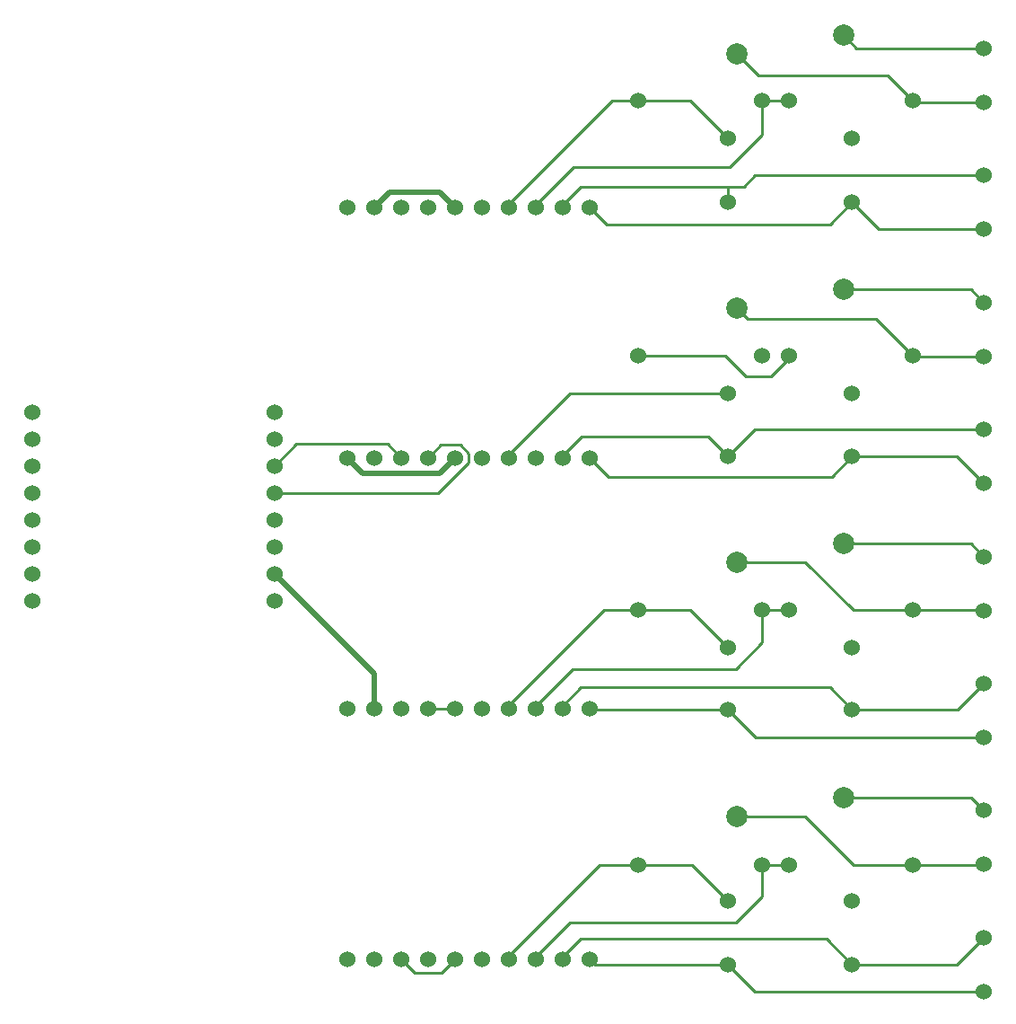
<source format=gtl>
G04 Layer: TopLayer*
G04 EasyEDA v6.4.20.6, 2021-08-25T17:44:25--6:00*
G04 0b233f2fb4364318bc2c10b70738dc44,10*
G04 Gerber Generator version 0.2*
G04 Scale: 100 percent, Rotated: No, Reflected: No *
G04 Dimensions in millimeters *
G04 leading zeros omitted , absolute positions ,4 integer and 5 decimal *
%FSLAX45Y45*%
%MOMM*%

%ADD10C,0.2540*%
%ADD11C,0.5000*%
%ADD12C,1.5240*%
%ADD13C,2.0000*%

%LPD*%
D10*
X8153402Y10591805D02*
G01*
X8153402Y10567344D01*
X7982206Y10396148D01*
X7747891Y10396148D01*
X7552235Y10591805D01*
X6731002Y10591805D01*
X7581902Y10236205D02*
G01*
X6088712Y10236205D01*
X5511802Y9659294D01*
X5511802Y9626605D01*
X4495802Y9626605D02*
G01*
X4365068Y9757338D01*
X3509342Y9757338D01*
X3302002Y9549998D01*
X4495802Y4902205D02*
G01*
X4620719Y4777287D01*
X4878885Y4777287D01*
X5003802Y4902205D01*
X4749802Y9626605D02*
G01*
X4871392Y9748194D01*
X5054069Y9748194D01*
X5130802Y9671461D01*
X5130802Y9583983D01*
X4842817Y9295998D01*
X3302002Y9295998D01*
X4749802Y7264405D02*
G01*
X5003802Y7264405D01*
D11*
X3302002Y8533998D02*
G01*
X4241802Y7594198D01*
X4241802Y7264405D01*
X4241802Y11988805D02*
G01*
X4384067Y12131070D01*
X4861537Y12131070D01*
X5003802Y11988805D01*
X3987802Y9626605D02*
G01*
X4131134Y9483272D01*
X4860470Y9483272D01*
X5003802Y9626605D01*
D10*
X8666101Y11216543D02*
G01*
X9870899Y11216543D01*
X9994902Y11092540D01*
X8666101Y8821679D02*
G01*
X9870899Y8821679D01*
X9994902Y8697676D01*
X8666101Y6426814D02*
G01*
X9870925Y6426814D01*
X9994902Y6302837D01*
X9994902Y13487405D02*
G01*
X8790078Y13487405D01*
X8666101Y13611382D01*
X6731002Y5791205D02*
G01*
X6370627Y5791205D01*
X5511802Y4932380D01*
X5511802Y4902205D01*
X6731002Y5791205D02*
G01*
X7239002Y5791205D01*
X7581902Y5448305D01*
X6731002Y12992105D02*
G01*
X6482565Y12992105D01*
X5511802Y12021342D01*
X5511802Y11988805D01*
X7581902Y12636505D02*
G01*
X7226302Y12992105D01*
X6731002Y12992105D01*
X6731002Y8191505D02*
G01*
X6408625Y8191505D01*
X5511802Y7294681D01*
X5511802Y7264405D01*
X6731002Y8191505D02*
G01*
X7226302Y8191505D01*
X7581902Y7835905D01*
X6019802Y9626605D02*
G01*
X6019802Y9652030D01*
X6197856Y9830084D01*
X7392926Y9830084D01*
X7581902Y9641108D01*
X9994902Y9895108D02*
G01*
X7835902Y9895108D01*
X7581902Y9641108D01*
X9994902Y6992269D02*
G01*
X7841338Y6992269D01*
X7581902Y7251705D01*
X7581902Y7251705D02*
G01*
X6286502Y7251705D01*
X6273802Y7264405D01*
X7899402Y8191505D02*
G01*
X7899402Y7885384D01*
X7651752Y7637734D01*
X6115763Y7637734D01*
X5765802Y7287773D01*
X5765802Y7264405D01*
X7899402Y8191505D02*
G01*
X8153402Y8191505D01*
X7581902Y12181743D02*
G01*
X7581902Y12036049D01*
X9994902Y12290049D02*
G01*
X7835902Y12290049D01*
X7727596Y12181743D01*
X7581902Y12181743D01*
X7581902Y12181743D02*
G01*
X6187620Y12181743D01*
X6019802Y12013925D01*
X6019802Y11988805D01*
X8750302Y12036049D02*
G01*
X8543063Y11828810D01*
X6433797Y11828810D01*
X6273802Y11988805D01*
X9994902Y11782049D02*
G01*
X9004302Y11782049D01*
X8750302Y12036049D01*
X7899402Y12992105D02*
G01*
X7899402Y12673614D01*
X7596812Y12371024D01*
X6124094Y12371024D01*
X5765802Y12012731D01*
X5765802Y11988805D01*
X8153402Y12992105D02*
G01*
X7899402Y12992105D01*
X8750302Y4851049D02*
G01*
X8507834Y5093517D01*
X6186578Y5093517D01*
X6019802Y4926741D01*
X6019802Y4902205D01*
X9994902Y5105049D02*
G01*
X9740902Y4851049D01*
X8750302Y4851049D01*
X9994902Y4597049D02*
G01*
X7835902Y4597049D01*
X7581902Y4851049D01*
X7581902Y4851049D02*
G01*
X6324958Y4851049D01*
X6273802Y4902205D01*
X8750302Y7251705D02*
G01*
X8539533Y7462474D01*
X6192903Y7462474D01*
X6019802Y7289373D01*
X6019802Y7264405D01*
X9994902Y7500269D02*
G01*
X9746338Y7251705D01*
X8750302Y7251705D01*
X8750302Y9641108D02*
G01*
X8557618Y9448424D01*
X6451983Y9448424D01*
X6273802Y9626605D01*
X9994902Y9387108D02*
G01*
X9740902Y9641108D01*
X8750302Y9641108D01*
X7899402Y5791205D02*
G01*
X7899402Y5492907D01*
X7653657Y5247162D01*
X6089169Y5247162D01*
X5765802Y4923795D01*
X5765802Y4902205D01*
X7899402Y5791205D02*
G01*
X8153402Y5791205D01*
X9994902Y10584540D02*
G01*
X9329066Y10584540D01*
X9321802Y10591805D01*
X7666103Y11036559D02*
G01*
X7761734Y10940928D01*
X8972679Y10940928D01*
X9321802Y10591805D01*
X9321802Y8191505D02*
G01*
X9993073Y8191505D01*
X9994902Y8189676D01*
X7666103Y8641694D02*
G01*
X8309587Y8641694D01*
X8759776Y8191505D01*
X9321802Y8191505D01*
X9321802Y5791205D02*
G01*
X9991270Y5791205D01*
X9994902Y5794837D01*
X7666103Y6246830D02*
G01*
X8309587Y6246830D01*
X8765212Y5791205D01*
X9321802Y5791205D01*
X9321802Y12992105D02*
G01*
X9082839Y13231068D01*
X7866433Y13231068D01*
X7666103Y13431398D01*
X9994902Y12979405D02*
G01*
X9334502Y12979405D01*
X9321802Y12992105D01*
D12*
G01*
X1016000Y8279993D03*
G01*
X1016000Y8533993D03*
G01*
X1016000Y8787993D03*
G01*
X1016000Y9041993D03*
G01*
X1016000Y9295993D03*
G01*
X1016000Y9549993D03*
G01*
X1016000Y9803993D03*
G01*
X1016000Y10057993D03*
G01*
X3302000Y8279993D03*
G01*
X3302000Y8533993D03*
G01*
X3302000Y8787993D03*
G01*
X3302000Y9041993D03*
G01*
X3302000Y9295993D03*
G01*
X3302000Y9549993D03*
G01*
X3302000Y9803993D03*
G01*
X3302000Y10057993D03*
G01*
X5003800Y9626600D03*
G01*
X4749800Y9626600D03*
G01*
X4495800Y9626600D03*
G01*
X4241800Y9626600D03*
G01*
X3987800Y9626600D03*
G01*
X5257800Y9626600D03*
G01*
X5511800Y9626600D03*
G01*
X5765800Y9626600D03*
G01*
X6273800Y9626600D03*
G01*
X6019800Y9626600D03*
G01*
X5003800Y7264400D03*
G01*
X4749800Y7264400D03*
G01*
X4495800Y7264400D03*
G01*
X4241800Y7264400D03*
G01*
X3987800Y7264400D03*
G01*
X5257800Y7264400D03*
G01*
X5511800Y7264400D03*
G01*
X5765800Y7264400D03*
G01*
X6273800Y7264400D03*
G01*
X6019800Y7264400D03*
G01*
X5003800Y4902200D03*
G01*
X4749800Y4902200D03*
G01*
X4495800Y4902200D03*
G01*
X4241800Y4902200D03*
G01*
X3987800Y4902200D03*
G01*
X5257800Y4902200D03*
G01*
X5511800Y4902200D03*
G01*
X5765800Y4902200D03*
G01*
X6273800Y4902200D03*
G01*
X6019800Y4902200D03*
G01*
X5003800Y11988800D03*
G01*
X4749800Y11988800D03*
G01*
X4495800Y11988800D03*
G01*
X4241800Y11988800D03*
G01*
X3987800Y11988800D03*
G01*
X5257800Y11988800D03*
G01*
X5511800Y11988800D03*
G01*
X5765800Y11988800D03*
G01*
X6273800Y11988800D03*
G01*
X6019800Y11988800D03*
G01*
X9994900Y10584535D03*
G01*
X9994900Y11092535D03*
G01*
X9994900Y9387103D03*
G01*
X9994900Y9895103D03*
G01*
X9994900Y8189696D03*
G01*
X9994900Y8697696D03*
G01*
X9994900Y6992264D03*
G01*
X9994900Y7500264D03*
G01*
X9994900Y5794832D03*
G01*
X9994900Y6302832D03*
G01*
X9994900Y4597044D03*
G01*
X9994900Y5105044D03*
G01*
X8750300Y10236200D03*
G01*
X7581900Y10236200D03*
G01*
X9321800Y10591800D03*
G01*
X8153400Y10591800D03*
G01*
X7581900Y12036044D03*
G01*
X8750300Y12036044D03*
G01*
X7899400Y10591800D03*
G01*
X6731000Y10591800D03*
D13*
G01*
X7666100Y11036554D03*
G01*
X8666099Y11216538D03*
D12*
G01*
X7581900Y9641103D03*
G01*
X8750300Y9641103D03*
G01*
X8750300Y7835900D03*
G01*
X7581900Y7835900D03*
G01*
X9321800Y8191500D03*
G01*
X8153400Y8191500D03*
G01*
X6731000Y8191500D03*
G01*
X7899400Y8191500D03*
D13*
G01*
X7666100Y13431418D03*
G01*
X8666099Y13611402D03*
D12*
G01*
X6731000Y12992100D03*
G01*
X7899400Y12992100D03*
D13*
G01*
X7666100Y8641689D03*
G01*
X8666099Y8821674D03*
D12*
G01*
X9321800Y12992100D03*
G01*
X8153400Y12992100D03*
G01*
X8750300Y12636500D03*
G01*
X7581900Y12636500D03*
G01*
X7581900Y7251700D03*
G01*
X8750300Y7251700D03*
G01*
X8750300Y5448300D03*
G01*
X7581900Y5448300D03*
G01*
X9321800Y5791200D03*
G01*
X8153400Y5791200D03*
G01*
X6731000Y5791200D03*
G01*
X7899400Y5791200D03*
D13*
G01*
X7666100Y6246825D03*
G01*
X8666099Y6426809D03*
D12*
G01*
X7581900Y4851044D03*
G01*
X8750300Y4851044D03*
G01*
X9994900Y12979400D03*
G01*
X9994900Y13487400D03*
G01*
X9994900Y11782044D03*
G01*
X9994900Y12290044D03*
M02*

</source>
